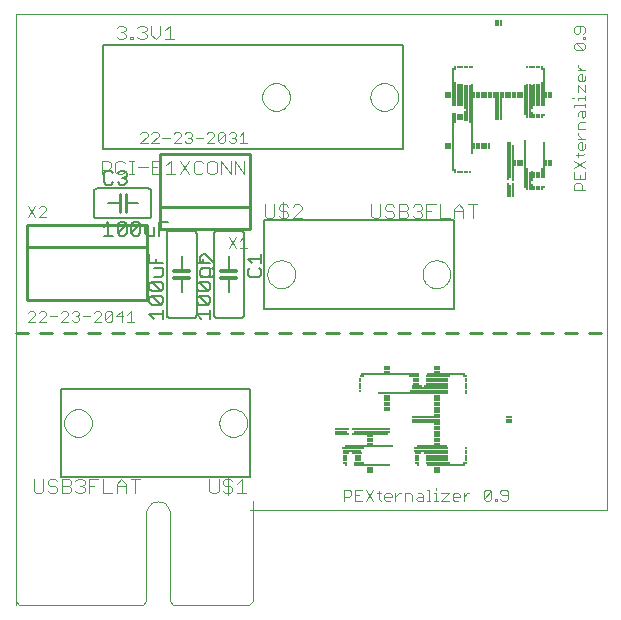
<source format=gto>
G75*
%MOIN*%
%OFA0B0*%
%FSLAX24Y24*%
%IPPOS*%
%LPD*%
%AMOC8*
5,1,8,0,0,1.08239X$1,22.5*
%
%ADD10C,0.0000*%
%ADD11C,0.0100*%
%ADD12C,0.0030*%
%ADD13C,0.0050*%
%ADD14C,0.0040*%
%ADD15C,0.0028*%
%ADD16C,0.0120*%
%ADD17C,0.0060*%
%ADD18R,0.0080X0.0240*%
%ADD19R,0.0080X0.0080*%
%ADD20R,0.0080X0.1200*%
%ADD21R,0.0080X0.1280*%
%ADD22R,0.0080X0.0160*%
%ADD23R,0.0080X0.0320*%
%ADD24R,0.0080X0.0800*%
%ADD25R,0.0080X0.0720*%
%ADD26R,0.0080X0.0640*%
%ADD27R,0.0080X0.1120*%
%ADD28R,0.0080X0.1600*%
%ADD29R,0.0080X0.1040*%
%ADD30R,0.0080X0.0480*%
%ADD31R,0.0080X0.0400*%
%ADD32R,0.0080X0.0960*%
%ADD33R,0.0080X0.2320*%
%ADD34R,0.0080X0.1920*%
%ADD35R,0.0240X0.0080*%
%ADD36R,0.1200X0.0080*%
%ADD37R,0.1280X0.0080*%
%ADD38R,0.0160X0.0080*%
%ADD39R,0.0320X0.0080*%
%ADD40R,0.0800X0.0080*%
%ADD41R,0.0720X0.0080*%
%ADD42R,0.0640X0.0080*%
%ADD43R,0.1120X0.0080*%
%ADD44R,0.1600X0.0080*%
%ADD45R,0.1040X0.0080*%
%ADD46R,0.0480X0.0080*%
%ADD47R,0.0400X0.0080*%
%ADD48R,0.0960X0.0080*%
%ADD49R,0.2320X0.0080*%
%ADD50R,0.1920X0.0080*%
D10*
X000150Y000110D02*
X000150Y019795D01*
X019835Y019795D01*
X019835Y003259D01*
X007926Y003259D01*
X006919Y006173D02*
X006921Y006216D01*
X006927Y006258D01*
X006937Y006300D01*
X006950Y006340D01*
X006968Y006379D01*
X006988Y006417D01*
X007013Y006452D01*
X007040Y006485D01*
X007070Y006515D01*
X007103Y006542D01*
X007138Y006567D01*
X007176Y006587D01*
X007215Y006605D01*
X007255Y006618D01*
X007297Y006628D01*
X007339Y006634D01*
X007382Y006636D01*
X007425Y006634D01*
X007467Y006628D01*
X007509Y006618D01*
X007549Y006605D01*
X007588Y006587D01*
X007626Y006567D01*
X007661Y006542D01*
X007694Y006515D01*
X007724Y006485D01*
X007751Y006452D01*
X007776Y006417D01*
X007796Y006379D01*
X007814Y006340D01*
X007827Y006300D01*
X007837Y006258D01*
X007843Y006216D01*
X007845Y006173D01*
X007843Y006130D01*
X007837Y006088D01*
X007827Y006046D01*
X007814Y006006D01*
X007796Y005967D01*
X007776Y005929D01*
X007751Y005894D01*
X007724Y005861D01*
X007694Y005831D01*
X007661Y005804D01*
X007626Y005779D01*
X007588Y005759D01*
X007549Y005741D01*
X007509Y005728D01*
X007467Y005718D01*
X007425Y005712D01*
X007382Y005710D01*
X007339Y005712D01*
X007297Y005718D01*
X007255Y005728D01*
X007215Y005741D01*
X007176Y005759D01*
X007138Y005779D01*
X007103Y005804D01*
X007070Y005831D01*
X007040Y005861D01*
X007013Y005894D01*
X006988Y005929D01*
X006968Y005967D01*
X006950Y006006D01*
X006937Y006046D01*
X006927Y006088D01*
X006921Y006130D01*
X006919Y006173D01*
X001746Y006173D02*
X001748Y006216D01*
X001754Y006258D01*
X001764Y006300D01*
X001777Y006340D01*
X001795Y006379D01*
X001815Y006417D01*
X001840Y006452D01*
X001867Y006485D01*
X001897Y006515D01*
X001930Y006542D01*
X001965Y006567D01*
X002003Y006587D01*
X002042Y006605D01*
X002082Y006618D01*
X002124Y006628D01*
X002166Y006634D01*
X002209Y006636D01*
X002252Y006634D01*
X002294Y006628D01*
X002336Y006618D01*
X002376Y006605D01*
X002415Y006587D01*
X002453Y006567D01*
X002488Y006542D01*
X002521Y006515D01*
X002551Y006485D01*
X002578Y006452D01*
X002603Y006417D01*
X002623Y006379D01*
X002641Y006340D01*
X002654Y006300D01*
X002664Y006258D01*
X002670Y006216D01*
X002672Y006173D01*
X002670Y006130D01*
X002664Y006088D01*
X002654Y006046D01*
X002641Y006006D01*
X002623Y005967D01*
X002603Y005929D01*
X002578Y005894D01*
X002551Y005861D01*
X002521Y005831D01*
X002488Y005804D01*
X002453Y005779D01*
X002415Y005759D01*
X002376Y005741D01*
X002336Y005728D01*
X002294Y005718D01*
X002252Y005712D01*
X002209Y005710D01*
X002166Y005712D01*
X002124Y005718D01*
X002082Y005728D01*
X002042Y005741D01*
X002003Y005759D01*
X001965Y005779D01*
X001930Y005804D01*
X001897Y005831D01*
X001867Y005861D01*
X001840Y005894D01*
X001815Y005929D01*
X001795Y005967D01*
X001777Y006006D01*
X001764Y006046D01*
X001754Y006088D01*
X001748Y006130D01*
X001746Y006173D01*
X008518Y011133D02*
X008520Y011176D01*
X008526Y011218D01*
X008536Y011260D01*
X008549Y011300D01*
X008567Y011339D01*
X008587Y011377D01*
X008612Y011412D01*
X008639Y011445D01*
X008669Y011475D01*
X008702Y011502D01*
X008737Y011527D01*
X008775Y011547D01*
X008814Y011565D01*
X008854Y011578D01*
X008896Y011588D01*
X008938Y011594D01*
X008981Y011596D01*
X009024Y011594D01*
X009066Y011588D01*
X009108Y011578D01*
X009148Y011565D01*
X009187Y011547D01*
X009225Y011527D01*
X009260Y011502D01*
X009293Y011475D01*
X009323Y011445D01*
X009350Y011412D01*
X009375Y011377D01*
X009395Y011339D01*
X009413Y011300D01*
X009426Y011260D01*
X009436Y011218D01*
X009442Y011176D01*
X009444Y011133D01*
X009442Y011090D01*
X009436Y011048D01*
X009426Y011006D01*
X009413Y010966D01*
X009395Y010927D01*
X009375Y010889D01*
X009350Y010854D01*
X009323Y010821D01*
X009293Y010791D01*
X009260Y010764D01*
X009225Y010739D01*
X009187Y010719D01*
X009148Y010701D01*
X009108Y010688D01*
X009066Y010678D01*
X009024Y010672D01*
X008981Y010670D01*
X008938Y010672D01*
X008896Y010678D01*
X008854Y010688D01*
X008814Y010701D01*
X008775Y010719D01*
X008737Y010739D01*
X008702Y010764D01*
X008669Y010791D01*
X008639Y010821D01*
X008612Y010854D01*
X008587Y010889D01*
X008567Y010927D01*
X008549Y010966D01*
X008536Y011006D01*
X008526Y011048D01*
X008520Y011090D01*
X008518Y011133D01*
X013691Y011133D02*
X013693Y011176D01*
X013699Y011218D01*
X013709Y011260D01*
X013722Y011300D01*
X013740Y011339D01*
X013760Y011377D01*
X013785Y011412D01*
X013812Y011445D01*
X013842Y011475D01*
X013875Y011502D01*
X013910Y011527D01*
X013948Y011547D01*
X013987Y011565D01*
X014027Y011578D01*
X014069Y011588D01*
X014111Y011594D01*
X014154Y011596D01*
X014197Y011594D01*
X014239Y011588D01*
X014281Y011578D01*
X014321Y011565D01*
X014360Y011547D01*
X014398Y011527D01*
X014433Y011502D01*
X014466Y011475D01*
X014496Y011445D01*
X014523Y011412D01*
X014548Y011377D01*
X014568Y011339D01*
X014586Y011300D01*
X014599Y011260D01*
X014609Y011218D01*
X014615Y011176D01*
X014617Y011133D01*
X014615Y011090D01*
X014609Y011048D01*
X014599Y011006D01*
X014586Y010966D01*
X014568Y010927D01*
X014548Y010889D01*
X014523Y010854D01*
X014496Y010821D01*
X014466Y010791D01*
X014433Y010764D01*
X014398Y010739D01*
X014360Y010719D01*
X014321Y010701D01*
X014281Y010688D01*
X014239Y010678D01*
X014197Y010672D01*
X014154Y010670D01*
X014111Y010672D01*
X014069Y010678D01*
X014027Y010688D01*
X013987Y010701D01*
X013948Y010719D01*
X013910Y010739D01*
X013875Y010764D01*
X013842Y010791D01*
X013812Y010821D01*
X013785Y010854D01*
X013760Y010889D01*
X013740Y010927D01*
X013722Y010966D01*
X013709Y011006D01*
X013699Y011048D01*
X013693Y011090D01*
X013691Y011133D01*
X011951Y017039D02*
X011953Y017082D01*
X011959Y017124D01*
X011969Y017166D01*
X011982Y017206D01*
X012000Y017245D01*
X012020Y017283D01*
X012045Y017318D01*
X012072Y017351D01*
X012102Y017381D01*
X012135Y017408D01*
X012170Y017433D01*
X012208Y017453D01*
X012247Y017471D01*
X012287Y017484D01*
X012329Y017494D01*
X012371Y017500D01*
X012414Y017502D01*
X012457Y017500D01*
X012499Y017494D01*
X012541Y017484D01*
X012581Y017471D01*
X012620Y017453D01*
X012658Y017433D01*
X012693Y017408D01*
X012726Y017381D01*
X012756Y017351D01*
X012783Y017318D01*
X012808Y017283D01*
X012828Y017245D01*
X012846Y017206D01*
X012859Y017166D01*
X012869Y017124D01*
X012875Y017082D01*
X012877Y017039D01*
X012875Y016996D01*
X012869Y016954D01*
X012859Y016912D01*
X012846Y016872D01*
X012828Y016833D01*
X012808Y016795D01*
X012783Y016760D01*
X012756Y016727D01*
X012726Y016697D01*
X012693Y016670D01*
X012658Y016645D01*
X012620Y016625D01*
X012581Y016607D01*
X012541Y016594D01*
X012499Y016584D01*
X012457Y016578D01*
X012414Y016576D01*
X012371Y016578D01*
X012329Y016584D01*
X012287Y016594D01*
X012247Y016607D01*
X012208Y016625D01*
X012170Y016645D01*
X012135Y016670D01*
X012102Y016697D01*
X012072Y016727D01*
X012045Y016760D01*
X012020Y016795D01*
X012000Y016833D01*
X011982Y016872D01*
X011969Y016912D01*
X011959Y016954D01*
X011953Y016996D01*
X011951Y017039D01*
X008348Y017039D02*
X008350Y017082D01*
X008356Y017124D01*
X008366Y017166D01*
X008379Y017206D01*
X008397Y017245D01*
X008417Y017283D01*
X008442Y017318D01*
X008469Y017351D01*
X008499Y017381D01*
X008532Y017408D01*
X008567Y017433D01*
X008605Y017453D01*
X008644Y017471D01*
X008684Y017484D01*
X008726Y017494D01*
X008768Y017500D01*
X008811Y017502D01*
X008854Y017500D01*
X008896Y017494D01*
X008938Y017484D01*
X008978Y017471D01*
X009017Y017453D01*
X009055Y017433D01*
X009090Y017408D01*
X009123Y017381D01*
X009153Y017351D01*
X009180Y017318D01*
X009205Y017283D01*
X009225Y017245D01*
X009243Y017206D01*
X009256Y017166D01*
X009266Y017124D01*
X009272Y017082D01*
X009274Y017039D01*
X009272Y016996D01*
X009266Y016954D01*
X009256Y016912D01*
X009243Y016872D01*
X009225Y016833D01*
X009205Y016795D01*
X009180Y016760D01*
X009153Y016727D01*
X009123Y016697D01*
X009090Y016670D01*
X009055Y016645D01*
X009017Y016625D01*
X008978Y016607D01*
X008938Y016594D01*
X008896Y016584D01*
X008854Y016578D01*
X008811Y016576D01*
X008768Y016578D01*
X008726Y016584D01*
X008684Y016594D01*
X008644Y016607D01*
X008605Y016625D01*
X008567Y016645D01*
X008532Y016670D01*
X008499Y016697D01*
X008469Y016727D01*
X008442Y016760D01*
X008417Y016795D01*
X008397Y016833D01*
X008379Y016872D01*
X008366Y016912D01*
X008356Y016954D01*
X008350Y016996D01*
X008348Y017039D01*
D11*
X007949Y015139D02*
X007949Y013389D01*
X004949Y013389D01*
X004949Y015139D01*
X007949Y015139D01*
X007949Y013389D02*
X007949Y012639D01*
X004949Y012639D01*
X004949Y013389D01*
X004512Y012777D02*
X004512Y012027D01*
X000512Y012027D01*
X000512Y012777D01*
X004512Y012777D01*
X004512Y012027D02*
X004512Y010277D01*
X000512Y010277D01*
X000512Y012027D01*
X000552Y009165D02*
X000150Y009165D01*
X000945Y009165D02*
X001347Y009165D01*
X001741Y009165D02*
X002142Y009165D01*
X002536Y009165D02*
X002937Y009165D01*
X003331Y009165D02*
X003733Y009165D01*
X004126Y009165D02*
X004528Y009165D01*
X004922Y009165D02*
X005323Y009165D01*
X005717Y009165D02*
X006119Y009165D01*
X006512Y009165D02*
X006914Y009165D01*
X007307Y009165D02*
X007709Y009165D01*
X008103Y009165D02*
X008504Y009165D01*
X008898Y009165D02*
X009300Y009165D01*
X009693Y009165D02*
X010095Y009165D01*
X010489Y009165D02*
X010890Y009165D01*
X011284Y009165D02*
X011685Y009165D01*
X012079Y009165D02*
X012481Y009165D01*
X012874Y009165D02*
X013276Y009165D01*
X013670Y009165D02*
X014071Y009165D01*
X014465Y009165D02*
X014867Y009165D01*
X015260Y009165D02*
X015662Y009165D01*
X016056Y009165D02*
X016457Y009165D01*
X016851Y009165D02*
X017252Y009165D01*
X017646Y009165D02*
X018048Y009165D01*
X018441Y009165D02*
X018843Y009165D01*
X019237Y009165D02*
X019638Y009165D01*
X003793Y013196D02*
X003793Y013496D01*
X003793Y013796D01*
X003593Y013796D02*
X003593Y013496D01*
X003593Y013196D01*
D12*
X011069Y003957D02*
X011254Y003957D01*
X011316Y003896D01*
X011316Y003772D01*
X011254Y003710D01*
X011069Y003710D01*
X011069Y003587D02*
X011069Y003957D01*
X011437Y003957D02*
X011437Y003587D01*
X011684Y003587D01*
X011805Y003587D02*
X012052Y003957D01*
X012174Y003834D02*
X012297Y003834D01*
X012235Y003896D02*
X012235Y003649D01*
X012297Y003587D01*
X012419Y003649D02*
X012419Y003772D01*
X012481Y003834D01*
X012604Y003834D01*
X012666Y003772D01*
X012666Y003710D01*
X012419Y003710D01*
X012419Y003649D02*
X012481Y003587D01*
X012604Y003587D01*
X012788Y003587D02*
X012788Y003834D01*
X012911Y003834D02*
X012973Y003834D01*
X012911Y003834D02*
X012788Y003710D01*
X013095Y003587D02*
X013095Y003834D01*
X013280Y003834D01*
X013341Y003772D01*
X013341Y003587D01*
X013463Y003649D02*
X013525Y003710D01*
X013710Y003710D01*
X013710Y003772D02*
X013710Y003587D01*
X013525Y003587D01*
X013463Y003649D01*
X013525Y003834D02*
X013648Y003834D01*
X013710Y003772D01*
X013831Y003587D02*
X013955Y003587D01*
X013893Y003587D02*
X013893Y003957D01*
X013831Y003957D01*
X014077Y003834D02*
X014138Y003834D01*
X014138Y003587D01*
X014077Y003587D02*
X014200Y003587D01*
X014322Y003587D02*
X014569Y003587D01*
X014691Y003649D02*
X014691Y003772D01*
X014752Y003834D01*
X014876Y003834D01*
X014937Y003772D01*
X014937Y003710D01*
X014691Y003710D01*
X014691Y003649D02*
X014752Y003587D01*
X014876Y003587D01*
X015059Y003587D02*
X015059Y003834D01*
X015182Y003834D02*
X015059Y003710D01*
X015182Y003834D02*
X015244Y003834D01*
X015734Y003896D02*
X015734Y003649D01*
X015981Y003896D01*
X015981Y003649D01*
X015919Y003587D01*
X015796Y003587D01*
X015734Y003649D01*
X015734Y003896D02*
X015796Y003957D01*
X015919Y003957D01*
X015981Y003896D01*
X016102Y003649D02*
X016164Y003649D01*
X016164Y003587D01*
X016102Y003587D01*
X016102Y003649D01*
X016287Y003649D02*
X016348Y003587D01*
X016472Y003587D01*
X016533Y003649D01*
X016533Y003896D01*
X016472Y003957D01*
X016348Y003957D01*
X016287Y003896D01*
X016287Y003834D01*
X016348Y003772D01*
X016533Y003772D01*
X014569Y003834D02*
X014322Y003587D01*
X014322Y003834D02*
X014569Y003834D01*
X014138Y003957D02*
X014138Y004019D01*
X012052Y003587D02*
X011805Y003957D01*
X011684Y003957D02*
X011437Y003957D01*
X011437Y003772D02*
X011561Y003772D01*
X018747Y013938D02*
X018747Y014123D01*
X018809Y014185D01*
X018933Y014185D01*
X018994Y014123D01*
X018994Y013938D01*
X019118Y013938D02*
X018747Y013938D01*
X018747Y014306D02*
X019118Y014306D01*
X019118Y014553D01*
X019118Y014675D02*
X018747Y014922D01*
X018871Y015043D02*
X018871Y015166D01*
X018809Y015105D02*
X019056Y015105D01*
X019118Y015166D01*
X019056Y015289D02*
X018933Y015289D01*
X018871Y015350D01*
X018871Y015474D01*
X018933Y015535D01*
X018994Y015535D01*
X018994Y015289D01*
X019056Y015289D02*
X019118Y015350D01*
X019118Y015474D01*
X019118Y015657D02*
X018871Y015657D01*
X018994Y015657D02*
X018871Y015780D01*
X018871Y015842D01*
X018871Y015964D02*
X018871Y016149D01*
X018933Y016211D01*
X019118Y016211D01*
X019056Y016332D02*
X018994Y016394D01*
X018994Y016579D01*
X018933Y016579D02*
X019118Y016579D01*
X019118Y016394D01*
X019056Y016332D01*
X018871Y016394D02*
X018871Y016517D01*
X018933Y016579D01*
X019118Y016700D02*
X019118Y016824D01*
X019118Y016762D02*
X018747Y016762D01*
X018747Y016700D01*
X018871Y016946D02*
X018871Y017008D01*
X019118Y017008D01*
X019118Y017069D02*
X019118Y016946D01*
X019118Y017192D02*
X019118Y017438D01*
X019056Y017560D02*
X018933Y017560D01*
X018871Y017622D01*
X018871Y017745D01*
X018933Y017807D01*
X018994Y017807D01*
X018994Y017560D01*
X019056Y017560D02*
X019118Y017622D01*
X019118Y017745D01*
X019118Y017928D02*
X018871Y017928D01*
X018994Y017928D02*
X018871Y018052D01*
X018871Y018113D01*
X018809Y018603D02*
X018747Y018665D01*
X018747Y018789D01*
X018809Y018850D01*
X019056Y018603D01*
X019118Y018665D01*
X019118Y018789D01*
X019056Y018850D01*
X018809Y018850D01*
X018809Y018603D02*
X019056Y018603D01*
X019056Y018972D02*
X019056Y019033D01*
X019118Y019033D01*
X019118Y018972D01*
X019056Y018972D01*
X019056Y019156D02*
X019118Y019218D01*
X019118Y019341D01*
X019056Y019403D01*
X018809Y019403D01*
X018747Y019341D01*
X018747Y019218D01*
X018809Y019156D01*
X018871Y019156D01*
X018933Y019218D01*
X018933Y019403D01*
X018871Y017438D02*
X019118Y017192D01*
X018871Y017192D02*
X018871Y017438D01*
X018747Y017008D02*
X018686Y017008D01*
X018871Y015964D02*
X019118Y015964D01*
X019118Y014922D02*
X018747Y014675D01*
X018747Y014553D02*
X018747Y014306D01*
X018933Y014306D02*
X018933Y014430D01*
D13*
X014727Y012944D02*
X014727Y009988D01*
X008408Y009988D01*
X008408Y012944D01*
X014727Y012944D01*
X013024Y015307D02*
X013024Y018771D01*
X003044Y018771D01*
X003044Y015307D01*
X013024Y015307D01*
X008312Y011798D02*
X008312Y011498D01*
X008312Y011648D02*
X007861Y011648D01*
X008011Y011498D01*
X007936Y011338D02*
X007861Y011263D01*
X007861Y011113D01*
X007936Y011038D01*
X008237Y011038D01*
X008312Y011113D01*
X008312Y011263D01*
X008237Y011338D01*
X006737Y011263D02*
X006737Y011113D01*
X006662Y011038D01*
X006361Y011038D01*
X006286Y011113D01*
X006286Y011263D01*
X006361Y011338D01*
X006311Y011338D02*
X006612Y011338D01*
X006612Y011113D01*
X006537Y011038D01*
X006311Y011038D01*
X006236Y010878D02*
X006161Y010802D01*
X006161Y010652D01*
X006236Y010577D01*
X006537Y010577D01*
X006236Y010878D01*
X006537Y010878D01*
X006612Y010802D01*
X006612Y010652D01*
X006537Y010577D01*
X006537Y010417D02*
X006236Y010417D01*
X006537Y010117D01*
X006612Y010192D01*
X006612Y010342D01*
X006537Y010417D01*
X006236Y010417D02*
X006161Y010342D01*
X006161Y010192D01*
X006236Y010117D01*
X006537Y010117D01*
X006612Y009957D02*
X006612Y009656D01*
X006612Y009807D02*
X006161Y009807D01*
X006311Y009656D01*
X005037Y009656D02*
X005037Y009957D01*
X005037Y009807D02*
X004586Y009807D01*
X004737Y009656D01*
X004661Y010117D02*
X004586Y010192D01*
X004586Y010342D01*
X004661Y010417D01*
X004962Y010117D01*
X005037Y010192D01*
X005037Y010342D01*
X004962Y010417D01*
X004661Y010417D01*
X004661Y010577D02*
X004586Y010652D01*
X004586Y010802D01*
X004661Y010878D01*
X004962Y010577D01*
X005037Y010652D01*
X005037Y010802D01*
X004962Y010878D01*
X004661Y010878D01*
X004737Y011038D02*
X004962Y011038D01*
X005037Y011113D01*
X005037Y011338D01*
X004737Y011338D01*
X004812Y011498D02*
X004812Y011648D01*
X005037Y011498D02*
X004586Y011498D01*
X004586Y011798D01*
X004525Y012421D02*
X004750Y012421D01*
X004750Y012721D01*
X004910Y012646D02*
X005060Y012646D01*
X004910Y012421D02*
X004910Y012871D01*
X005210Y012871D01*
X004449Y012721D02*
X004449Y012496D01*
X004525Y012421D01*
X004289Y012496D02*
X004214Y012421D01*
X004064Y012421D01*
X003989Y012496D01*
X004289Y012796D01*
X004289Y012496D01*
X003989Y012496D02*
X003989Y012796D01*
X004064Y012871D01*
X004214Y012871D01*
X004289Y012796D01*
X003829Y012796D02*
X003829Y012496D01*
X003754Y012421D01*
X003604Y012421D01*
X003529Y012496D01*
X003829Y012796D01*
X003754Y012871D01*
X003604Y012871D01*
X003529Y012796D01*
X003529Y012496D01*
X003369Y012421D02*
X003068Y012421D01*
X003218Y012421D02*
X003218Y012871D01*
X003068Y012721D01*
X003143Y014121D02*
X003293Y014121D01*
X003369Y014196D01*
X003529Y014196D02*
X003604Y014121D01*
X003754Y014121D01*
X003829Y014196D01*
X003829Y014271D01*
X003754Y014346D01*
X003679Y014346D01*
X003754Y014346D02*
X003829Y014421D01*
X003829Y014496D01*
X003754Y014571D01*
X003604Y014571D01*
X003529Y014496D01*
X003369Y014496D02*
X003293Y014571D01*
X003143Y014571D01*
X003068Y014496D01*
X003068Y014196D01*
X003143Y014121D01*
X006161Y011798D02*
X006161Y011498D01*
X006612Y011498D01*
X006737Y011498D02*
X006437Y011798D01*
X006361Y011798D01*
X006286Y011723D01*
X006286Y011573D01*
X006361Y011498D01*
X006386Y011498D02*
X006386Y011648D01*
X006737Y011798D02*
X006737Y011498D01*
X006662Y011338D02*
X006737Y011263D01*
X004962Y010577D02*
X004661Y010577D01*
X004661Y010117D02*
X004962Y010117D01*
X007955Y007319D02*
X001636Y007319D01*
X001636Y004362D01*
X007955Y004362D01*
X007955Y007319D01*
D14*
X007658Y004303D02*
X007658Y003842D01*
X007505Y003842D02*
X007812Y003842D01*
X007505Y004149D02*
X007658Y004303D01*
X007351Y004226D02*
X007275Y004303D01*
X007121Y004303D01*
X007044Y004226D01*
X007044Y004149D01*
X007121Y004073D01*
X007275Y004073D01*
X007351Y003996D01*
X007351Y003919D01*
X007275Y003842D01*
X007121Y003842D01*
X007044Y003919D01*
X006891Y003919D02*
X006891Y004303D01*
X006584Y004303D02*
X006584Y003919D01*
X006661Y003842D01*
X006814Y003842D01*
X006891Y003919D01*
X007198Y003766D02*
X007198Y004380D01*
X004268Y004303D02*
X003962Y004303D01*
X004115Y004303D02*
X004115Y003842D01*
X003808Y003842D02*
X003808Y004149D01*
X003655Y004303D01*
X003501Y004149D01*
X003501Y003842D01*
X003348Y003842D02*
X003041Y003842D01*
X003041Y004303D01*
X002887Y004303D02*
X002580Y004303D01*
X002580Y003842D01*
X002427Y003919D02*
X002350Y003842D01*
X002197Y003842D01*
X002120Y003919D01*
X001967Y003919D02*
X001967Y003996D01*
X001890Y004073D01*
X001660Y004073D01*
X001506Y003996D02*
X001506Y003919D01*
X001429Y003842D01*
X001276Y003842D01*
X001199Y003919D01*
X001046Y003919D02*
X001046Y004303D01*
X001199Y004226D02*
X001199Y004149D01*
X001276Y004073D01*
X001429Y004073D01*
X001506Y003996D01*
X001660Y003842D02*
X001890Y003842D01*
X001967Y003919D01*
X001890Y004073D02*
X001967Y004149D01*
X001967Y004226D01*
X001890Y004303D01*
X001660Y004303D01*
X001660Y003842D01*
X001506Y004226D02*
X001429Y004303D01*
X001276Y004303D01*
X001199Y004226D01*
X001046Y003919D02*
X000969Y003842D01*
X000816Y003842D01*
X000739Y003919D01*
X000739Y004303D01*
X002120Y004226D02*
X002197Y004303D01*
X002350Y004303D01*
X002427Y004226D01*
X002427Y004149D01*
X002350Y004073D01*
X002427Y003996D01*
X002427Y003919D01*
X002350Y004073D02*
X002273Y004073D01*
X002580Y004073D02*
X002734Y004073D01*
X003501Y004073D02*
X003808Y004073D01*
X003847Y009547D02*
X004087Y009547D01*
X003967Y009547D02*
X003967Y009907D01*
X003847Y009787D01*
X003719Y009727D02*
X003479Y009727D01*
X003659Y009907D01*
X003659Y009547D01*
X003351Y009607D02*
X003351Y009847D01*
X003110Y009607D01*
X003170Y009547D01*
X003291Y009547D01*
X003351Y009607D01*
X003351Y009847D02*
X003291Y009907D01*
X003170Y009907D01*
X003110Y009847D01*
X003110Y009607D01*
X002982Y009547D02*
X002742Y009547D01*
X002982Y009787D01*
X002982Y009847D01*
X002922Y009907D01*
X002802Y009907D01*
X002742Y009847D01*
X002614Y009727D02*
X002374Y009727D01*
X002246Y009667D02*
X002246Y009607D01*
X002186Y009547D01*
X002066Y009547D01*
X002005Y009607D01*
X001877Y009547D02*
X001637Y009547D01*
X001877Y009787D01*
X001877Y009847D01*
X001817Y009907D01*
X001697Y009907D01*
X001637Y009847D01*
X001509Y009727D02*
X001269Y009727D01*
X001141Y009787D02*
X001141Y009847D01*
X001081Y009907D01*
X000961Y009907D01*
X000901Y009847D01*
X000772Y009847D02*
X000712Y009907D01*
X000592Y009907D01*
X000532Y009847D01*
X000772Y009847D02*
X000772Y009787D01*
X000532Y009547D01*
X000772Y009547D01*
X000901Y009547D02*
X001141Y009787D01*
X001141Y009547D02*
X000901Y009547D01*
X002005Y009847D02*
X002066Y009907D01*
X002186Y009907D01*
X002246Y009847D01*
X002246Y009787D01*
X002186Y009727D01*
X002246Y009667D01*
X002186Y009727D02*
X002126Y009727D01*
X001141Y013047D02*
X000901Y013047D01*
X001141Y013287D01*
X001141Y013347D01*
X001081Y013407D01*
X000961Y013407D01*
X000901Y013347D01*
X000772Y013407D02*
X000532Y013047D01*
X000772Y013047D02*
X000532Y013407D01*
X002993Y014461D02*
X002993Y014921D01*
X003223Y014921D01*
X003300Y014844D01*
X003300Y014691D01*
X003223Y014614D01*
X002993Y014614D01*
X003453Y014537D02*
X003530Y014461D01*
X003683Y014461D01*
X003760Y014537D01*
X003914Y014461D02*
X004067Y014461D01*
X003990Y014461D02*
X003990Y014921D01*
X003914Y014921D02*
X004067Y014921D01*
X004221Y014691D02*
X004527Y014691D01*
X004681Y014691D02*
X004834Y014691D01*
X004681Y014921D02*
X004681Y014461D01*
X004988Y014461D01*
X005141Y014461D02*
X005448Y014461D01*
X005295Y014461D02*
X005295Y014921D01*
X005141Y014767D01*
X004988Y014921D02*
X004681Y014921D01*
X004654Y015509D02*
X004895Y015750D01*
X004895Y015810D01*
X004835Y015870D01*
X004714Y015870D01*
X004654Y015810D01*
X004526Y015810D02*
X004466Y015870D01*
X004346Y015870D01*
X004286Y015810D01*
X004526Y015810D02*
X004526Y015750D01*
X004286Y015509D01*
X004526Y015509D01*
X004654Y015509D02*
X004895Y015509D01*
X005023Y015690D02*
X005263Y015690D01*
X005391Y015810D02*
X005451Y015870D01*
X005571Y015870D01*
X005631Y015810D01*
X005631Y015750D01*
X005391Y015509D01*
X005631Y015509D01*
X005759Y015569D02*
X005819Y015509D01*
X005939Y015509D01*
X006000Y015569D01*
X006000Y015629D01*
X005939Y015690D01*
X005879Y015690D01*
X005939Y015690D02*
X006000Y015750D01*
X006000Y015810D01*
X005939Y015870D01*
X005819Y015870D01*
X005759Y015810D01*
X006128Y015690D02*
X006368Y015690D01*
X006496Y015810D02*
X006556Y015870D01*
X006676Y015870D01*
X006736Y015810D01*
X006736Y015750D01*
X006496Y015509D01*
X006736Y015509D01*
X006864Y015569D02*
X007104Y015810D01*
X007104Y015569D01*
X007044Y015509D01*
X006924Y015509D01*
X006864Y015569D01*
X006864Y015810D01*
X006924Y015870D01*
X007044Y015870D01*
X007104Y015810D01*
X007233Y015810D02*
X007293Y015870D01*
X007413Y015870D01*
X007473Y015810D01*
X007473Y015750D01*
X007413Y015690D01*
X007473Y015629D01*
X007473Y015569D01*
X007413Y015509D01*
X007293Y015509D01*
X007233Y015569D01*
X007353Y015690D02*
X007413Y015690D01*
X007601Y015750D02*
X007721Y015870D01*
X007721Y015509D01*
X007601Y015509D02*
X007841Y015509D01*
X007750Y014921D02*
X007750Y014461D01*
X007443Y014921D01*
X007443Y014461D01*
X007290Y014461D02*
X007290Y014921D01*
X006983Y014921D02*
X006983Y014461D01*
X006829Y014537D02*
X006829Y014844D01*
X006753Y014921D01*
X006599Y014921D01*
X006523Y014844D01*
X006523Y014537D01*
X006599Y014461D01*
X006753Y014461D01*
X006829Y014537D01*
X006983Y014921D02*
X007290Y014461D01*
X006369Y014537D02*
X006292Y014461D01*
X006139Y014461D01*
X006062Y014537D01*
X006062Y014844D01*
X006139Y014921D01*
X006292Y014921D01*
X006369Y014844D01*
X005909Y014921D02*
X005602Y014461D01*
X005909Y014461D02*
X005602Y014921D01*
X003760Y014844D02*
X003683Y014921D01*
X003530Y014921D01*
X003453Y014844D01*
X003453Y014537D01*
X007233Y012370D02*
X007473Y012009D01*
X007601Y012009D02*
X007841Y012009D01*
X007721Y012009D02*
X007721Y012370D01*
X007601Y012250D01*
X007473Y012370D02*
X007233Y012009D01*
X008438Y013081D02*
X008514Y013004D01*
X008668Y013004D01*
X008745Y013081D01*
X008745Y013464D01*
X008898Y013388D02*
X008898Y013311D01*
X008975Y013234D01*
X009128Y013234D01*
X009205Y013157D01*
X009205Y013081D01*
X009128Y013004D01*
X008975Y013004D01*
X008898Y013081D01*
X009052Y012927D02*
X009052Y013541D01*
X009128Y013464D02*
X009205Y013388D01*
X009128Y013464D02*
X008975Y013464D01*
X008898Y013388D01*
X009359Y013388D02*
X009435Y013464D01*
X009589Y013464D01*
X009665Y013388D01*
X009665Y013311D01*
X009359Y013004D01*
X009665Y013004D01*
X008438Y013081D02*
X008438Y013464D01*
X011981Y013464D02*
X011981Y013081D01*
X012058Y013004D01*
X012211Y013004D01*
X012288Y013081D01*
X012288Y013464D01*
X012441Y013388D02*
X012441Y013311D01*
X012518Y013234D01*
X012672Y013234D01*
X012748Y013157D01*
X012748Y013081D01*
X012672Y013004D01*
X012518Y013004D01*
X012441Y013081D01*
X012441Y013388D02*
X012518Y013464D01*
X012672Y013464D01*
X012748Y013388D01*
X012902Y013464D02*
X013132Y013464D01*
X013209Y013388D01*
X013209Y013311D01*
X013132Y013234D01*
X012902Y013234D01*
X013132Y013234D02*
X013209Y013157D01*
X013209Y013081D01*
X013132Y013004D01*
X012902Y013004D01*
X012902Y013464D01*
X013362Y013388D02*
X013439Y013464D01*
X013592Y013464D01*
X013669Y013388D01*
X013669Y013311D01*
X013592Y013234D01*
X013669Y013157D01*
X013669Y013081D01*
X013592Y013004D01*
X013439Y013004D01*
X013362Y013081D01*
X013516Y013234D02*
X013592Y013234D01*
X013823Y013234D02*
X013976Y013234D01*
X013823Y013004D02*
X013823Y013464D01*
X014130Y013464D01*
X014283Y013464D02*
X014283Y013004D01*
X014590Y013004D01*
X014743Y013004D02*
X014743Y013311D01*
X014897Y013464D01*
X015050Y013311D01*
X015050Y013004D01*
X015050Y013234D02*
X014743Y013234D01*
X015204Y013464D02*
X015511Y013464D01*
X015357Y013464D02*
X015357Y013004D01*
X005411Y018961D02*
X005104Y018961D01*
X005258Y018961D02*
X005258Y019421D01*
X005104Y019267D01*
X004951Y019114D02*
X004951Y019421D01*
X004644Y019421D02*
X004644Y019114D01*
X004797Y018961D01*
X004951Y019114D01*
X004490Y019114D02*
X004490Y019037D01*
X004414Y018961D01*
X004260Y018961D01*
X004183Y019037D01*
X004030Y019037D02*
X004030Y018961D01*
X003953Y018961D01*
X003953Y019037D01*
X004030Y019037D01*
X003800Y019037D02*
X003723Y018961D01*
X003570Y018961D01*
X003493Y019037D01*
X003646Y019191D02*
X003723Y019191D01*
X003800Y019114D01*
X003800Y019037D01*
X003723Y019191D02*
X003800Y019267D01*
X003800Y019344D01*
X003723Y019421D01*
X003570Y019421D01*
X003493Y019344D01*
X004183Y019344D02*
X004260Y019421D01*
X004414Y019421D01*
X004490Y019344D01*
X004490Y019267D01*
X004414Y019191D01*
X004490Y019114D01*
X004414Y019191D02*
X004337Y019191D01*
D15*
X000150Y003657D02*
X000150Y002319D01*
X000150Y000232D01*
X000229Y000114D01*
X004363Y000114D01*
X004481Y000232D01*
X004481Y002319D01*
X004481Y002338D02*
X004481Y003165D01*
X004480Y003165D02*
X004482Y003204D01*
X004488Y003242D01*
X004497Y003279D01*
X004510Y003316D01*
X004527Y003351D01*
X004546Y003384D01*
X004569Y003415D01*
X004595Y003444D01*
X004624Y003470D01*
X004655Y003493D01*
X004688Y003512D01*
X004723Y003529D01*
X004760Y003542D01*
X004797Y003551D01*
X004835Y003557D01*
X004874Y003559D01*
X004913Y003557D01*
X004951Y003551D01*
X004988Y003542D01*
X005025Y003529D01*
X005060Y003512D01*
X005093Y003493D01*
X005124Y003470D01*
X005153Y003444D01*
X005179Y003415D01*
X005202Y003384D01*
X005221Y003351D01*
X005238Y003316D01*
X005251Y003279D01*
X005260Y003242D01*
X005266Y003204D01*
X005268Y003165D01*
X005268Y002319D01*
X005268Y000232D01*
X005386Y000114D01*
X007906Y000114D01*
X008024Y000232D01*
X008024Y003578D01*
D16*
X007487Y011003D02*
X007237Y011003D01*
X006987Y011003D01*
X006987Y011253D02*
X007237Y011253D01*
X007487Y011253D01*
X005912Y011253D02*
X005662Y011253D01*
X005412Y011253D01*
X005412Y011003D02*
X005662Y011003D01*
X005912Y011003D01*
D17*
X005662Y011003D02*
X005662Y010533D01*
X006162Y009783D02*
X006160Y009766D01*
X006156Y009749D01*
X006149Y009733D01*
X006139Y009719D01*
X006126Y009706D01*
X006112Y009696D01*
X006096Y009689D01*
X006079Y009685D01*
X006062Y009683D01*
X005262Y009683D01*
X005245Y009685D01*
X005228Y009689D01*
X005212Y009696D01*
X005198Y009706D01*
X005185Y009719D01*
X005175Y009733D01*
X005168Y009749D01*
X005164Y009766D01*
X005162Y009783D01*
X005162Y012483D01*
X005164Y012500D01*
X005168Y012517D01*
X005175Y012533D01*
X005185Y012547D01*
X005198Y012560D01*
X005212Y012570D01*
X005228Y012577D01*
X005245Y012581D01*
X005262Y012583D01*
X006062Y012583D01*
X006079Y012581D01*
X006096Y012577D01*
X006112Y012570D01*
X006126Y012560D01*
X006139Y012547D01*
X006149Y012533D01*
X006156Y012517D01*
X006160Y012500D01*
X006162Y012483D01*
X006162Y009783D01*
X006737Y009783D02*
X006737Y012483D01*
X006739Y012500D01*
X006743Y012517D01*
X006750Y012533D01*
X006760Y012547D01*
X006773Y012560D01*
X006787Y012570D01*
X006803Y012577D01*
X006820Y012581D01*
X006837Y012583D01*
X007637Y012583D01*
X007654Y012581D01*
X007671Y012577D01*
X007687Y012570D01*
X007701Y012560D01*
X007714Y012547D01*
X007724Y012533D01*
X007731Y012517D01*
X007735Y012500D01*
X007737Y012483D01*
X007737Y009783D01*
X007735Y009766D01*
X007731Y009749D01*
X007724Y009733D01*
X007714Y009719D01*
X007701Y009706D01*
X007687Y009696D01*
X007671Y009689D01*
X007654Y009685D01*
X007637Y009683D01*
X006837Y009683D01*
X006820Y009685D01*
X006803Y009689D01*
X006787Y009696D01*
X006773Y009706D01*
X006760Y009719D01*
X006750Y009733D01*
X006743Y009749D01*
X006739Y009766D01*
X006737Y009783D01*
X007237Y010533D02*
X007237Y011003D01*
X007237Y011253D02*
X007237Y011733D01*
X005662Y011733D02*
X005662Y011253D01*
X004543Y012996D02*
X002843Y012996D01*
X002826Y012998D01*
X002809Y013002D01*
X002793Y013009D01*
X002779Y013019D01*
X002766Y013032D01*
X002756Y013046D01*
X002749Y013062D01*
X002745Y013079D01*
X002743Y013096D01*
X002743Y013896D01*
X002745Y013913D01*
X002749Y013930D01*
X002756Y013946D01*
X002766Y013960D01*
X002779Y013973D01*
X002793Y013983D01*
X002809Y013990D01*
X002826Y013994D01*
X002843Y013996D01*
X004543Y013996D01*
X004560Y013994D01*
X004577Y013990D01*
X004593Y013983D01*
X004607Y013973D01*
X004620Y013960D01*
X004630Y013946D01*
X004637Y013930D01*
X004641Y013913D01*
X004643Y013896D01*
X004643Y013096D01*
X004641Y013079D01*
X004637Y013062D01*
X004630Y013046D01*
X004620Y013032D01*
X004607Y013019D01*
X004593Y013009D01*
X004577Y013002D01*
X004560Y012998D01*
X004543Y012996D01*
X004193Y013496D02*
X003843Y013496D01*
X003793Y013496D01*
X003593Y013496D02*
X003543Y013496D01*
X003193Y013496D01*
D18*
X014457Y015416D03*
X014537Y015416D03*
X014617Y015416D03*
X015417Y015416D03*
X015497Y015416D03*
X015577Y015416D03*
X015657Y015416D03*
X015737Y015416D03*
X015817Y015416D03*
X015897Y015416D03*
X016777Y014856D03*
X016857Y014856D03*
X016937Y014856D03*
X017017Y014856D03*
X017417Y014456D03*
X017497Y014456D03*
X017577Y014456D03*
X017817Y014856D03*
X017897Y014856D03*
X017977Y014856D03*
X017337Y014056D03*
X017337Y016456D03*
X017017Y017096D03*
X016937Y017096D03*
X016857Y017096D03*
X016777Y017096D03*
X016697Y017096D03*
X016617Y017096D03*
X016537Y017096D03*
X016457Y017096D03*
X016377Y017096D03*
X016057Y017096D03*
X015977Y017096D03*
X015897Y017096D03*
X015817Y017096D03*
X015737Y017096D03*
X015657Y017096D03*
X015577Y017096D03*
X015497Y017096D03*
X015417Y017096D03*
X015017Y016376D03*
X014937Y016376D03*
X014857Y016376D03*
X014617Y017096D03*
X014537Y017096D03*
X014457Y017096D03*
X016137Y019496D03*
X016217Y019496D03*
X016297Y019496D03*
X017817Y017096D03*
X017897Y017096D03*
X017977Y017096D03*
D19*
X017737Y016456D03*
X017577Y018056D03*
X017497Y018056D03*
X017417Y018056D03*
X017337Y018056D03*
X017257Y018056D03*
X017177Y018056D03*
X015337Y018056D03*
X015257Y018056D03*
X015177Y018056D03*
X015097Y018056D03*
X015017Y018056D03*
X014937Y018056D03*
X014857Y018056D03*
X014857Y014536D03*
X014937Y014536D03*
X015017Y014536D03*
X015097Y014536D03*
X015177Y014536D03*
X015257Y014536D03*
X017737Y014056D03*
X015143Y007647D03*
X015143Y007567D03*
X015143Y007487D03*
X015143Y007407D03*
X015143Y007327D03*
X015143Y007247D03*
X015143Y007167D03*
X015143Y005327D03*
X015143Y005247D03*
X015143Y005167D03*
X015143Y005087D03*
X015143Y005007D03*
X015143Y004927D03*
X013543Y004767D03*
X011143Y004767D03*
X011623Y007247D03*
X011623Y007327D03*
X011623Y007407D03*
X011623Y007487D03*
X011623Y007567D03*
X011623Y007647D03*
D20*
X016697Y014856D03*
X016617Y014936D03*
X017737Y014936D03*
X015177Y016856D03*
D21*
X015257Y016816D03*
X014697Y017376D03*
X016537Y014896D03*
X017737Y017376D03*
D22*
X017657Y018016D03*
X017657Y016416D03*
X017577Y016416D03*
X017497Y016416D03*
X017417Y016416D03*
X017417Y014016D03*
X017497Y014016D03*
X017577Y014016D03*
X017657Y014016D03*
X014777Y014576D03*
X014777Y018016D03*
D23*
X015097Y016416D03*
X014777Y016336D03*
X017337Y014416D03*
X017657Y014496D03*
D24*
X017337Y017056D03*
X017657Y017136D03*
X015097Y017056D03*
X014777Y017136D03*
D25*
X014857Y017096D03*
X014937Y017096D03*
X015017Y017096D03*
X017417Y017096D03*
X017497Y017096D03*
X017577Y017096D03*
X017177Y014296D03*
D26*
X017257Y014256D03*
D27*
X017257Y016896D03*
X017177Y016896D03*
D28*
X017097Y014816D03*
D29*
X017097Y016936D03*
D30*
X016697Y013936D03*
X016537Y013936D03*
D31*
X016617Y013896D03*
D32*
X016297Y016736D03*
X016217Y016736D03*
X016137Y016736D03*
D33*
X015337Y016296D03*
D34*
X014697Y015536D03*
D35*
X014183Y008047D03*
X014183Y007967D03*
X014183Y007887D03*
X013463Y007647D03*
X013463Y007567D03*
X013463Y007487D03*
X014183Y007087D03*
X014183Y007007D03*
X014183Y006927D03*
X014183Y006847D03*
X014183Y006767D03*
X014183Y006687D03*
X014183Y006607D03*
X014183Y006527D03*
X014183Y006447D03*
X014183Y006127D03*
X014183Y006047D03*
X014183Y005967D03*
X014183Y005887D03*
X014183Y005807D03*
X014183Y005727D03*
X014183Y005647D03*
X014183Y005567D03*
X014183Y005487D03*
X013543Y005167D03*
X014183Y004687D03*
X014183Y004607D03*
X014183Y004527D03*
X012503Y006607D03*
X012503Y006687D03*
X012503Y006767D03*
X012503Y006847D03*
X012503Y006927D03*
X012503Y007007D03*
X012503Y007087D03*
X012503Y007887D03*
X012503Y007967D03*
X012503Y008047D03*
X011943Y005727D03*
X011943Y005647D03*
X011943Y005567D03*
X011943Y005487D03*
X011543Y005087D03*
X011543Y005007D03*
X011543Y004927D03*
X011143Y005167D03*
X011943Y004687D03*
X011943Y004607D03*
X011943Y004527D03*
X016583Y006207D03*
X016583Y006287D03*
X016583Y006367D03*
D36*
X013943Y007327D03*
X012023Y005887D03*
X011943Y005807D03*
X012023Y004767D03*
D37*
X011983Y005967D03*
X013903Y007247D03*
X014463Y007807D03*
X014463Y004767D03*
D38*
X015103Y004847D03*
X013503Y004847D03*
X013503Y004927D03*
X013503Y005007D03*
X013503Y005087D03*
X011103Y005087D03*
X011103Y005007D03*
X011103Y004927D03*
X011103Y004847D03*
X011663Y007727D03*
X015103Y007727D03*
D39*
X013503Y007407D03*
X013423Y007727D03*
X011503Y005167D03*
X011583Y004847D03*
D40*
X014143Y005167D03*
X014223Y004847D03*
X014143Y007407D03*
X014223Y007727D03*
D41*
X014183Y007647D03*
X014183Y007567D03*
X014183Y007487D03*
X014183Y005087D03*
X014183Y005007D03*
X014183Y004927D03*
X011383Y005327D03*
D42*
X011343Y005247D03*
D43*
X013983Y005247D03*
X013983Y005327D03*
D44*
X011903Y005407D03*
D45*
X014023Y005407D03*
D46*
X011023Y005807D03*
X011023Y005967D03*
D47*
X010983Y005887D03*
D48*
X013823Y006207D03*
X013823Y006287D03*
X013823Y006367D03*
D49*
X013383Y007167D03*
D50*
X012623Y007807D03*
M02*

</source>
